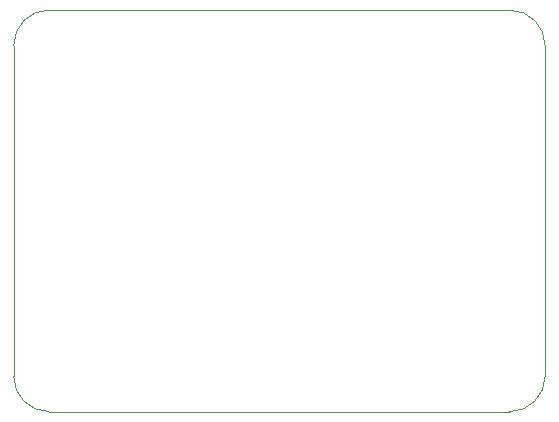
<source format=gbr>
%TF.GenerationSoftware,KiCad,Pcbnew,5.1.10*%
%TF.CreationDate,2021-09-13T14:54:52+02:00*%
%TF.ProjectId,AX5043,41583530-3433-42e6-9b69-6361645f7063,rev?*%
%TF.SameCoordinates,Original*%
%TF.FileFunction,Profile,NP*%
%FSLAX46Y46*%
G04 Gerber Fmt 4.6, Leading zero omitted, Abs format (unit mm)*
G04 Created by KiCad (PCBNEW 5.1.10) date 2021-09-13 14:54:52*
%MOMM*%
%LPD*%
G01*
G04 APERTURE LIST*
%TA.AperFunction,Profile*%
%ADD10C,0.050000*%
%TD*%
G04 APERTURE END LIST*
D10*
X127000000Y-110426500D02*
X127000000Y-119000000D01*
X127000000Y-99250500D02*
X127000000Y-91000000D01*
X172000000Y-119000000D02*
X172000000Y-91000000D01*
X130000000Y-122000000D02*
X169000000Y-122000000D01*
X169000000Y-88000000D02*
X130000000Y-88000000D01*
X169000000Y-88000000D02*
G75*
G02*
X172000000Y-91000000I0J-3000000D01*
G01*
X172000000Y-119000000D02*
G75*
G02*
X169000000Y-122000000I-3000000J0D01*
G01*
X130000000Y-122000000D02*
G75*
G02*
X127000000Y-119000000I0J3000000D01*
G01*
X127000000Y-91000000D02*
G75*
G02*
X130000000Y-88000000I3000000J0D01*
G01*
X127000000Y-99250500D02*
X127000000Y-110426500D01*
M02*

</source>
